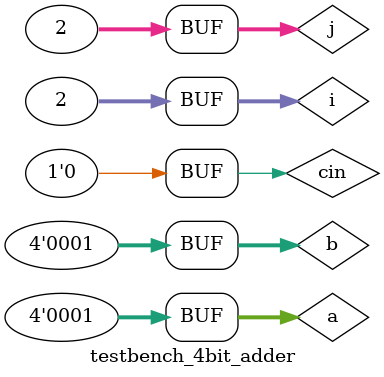
<source format=v>
module testbench_4bit_adder();

    // Declare variables and nets for module ports
    reg [3:0] a;
    reg [3:0] b;
    reg cin;
    wire [3:0] sum;
    wire cout;

    integer i,j; // used for varification

    // Instantiate the module
    ripple_adder_4bit_structural RIPPLE_ADD_4BIT(
        .a(a),
        .b(b),
        .carry_in(cin),
        .sum(sum),
        .carry_out(cout)
    );

    // Generate stimulus and monitor module ports
    initial begin
        #1; a=4'b0000; b=4'b0000; cin=0;
        #1; a=4'b0000; b=4'b0000; cin=1;
        #1; a=4'b0001; b=4'b0001; cin=0;
        #1; a=4'b0001; b=4'b0001; cin=1;
        #1; a=4'd3; b=4'd6; cin=0;
        #1; a=4'b1111; b=4'b1111; cin=1;

        for (i=0; i<2;i=i+1) begin
            for (j=0; j<2; j=j+1) begin
                #1; a=i; b=j; cin=0;
            end
        end
    end
endmodule
</source>
